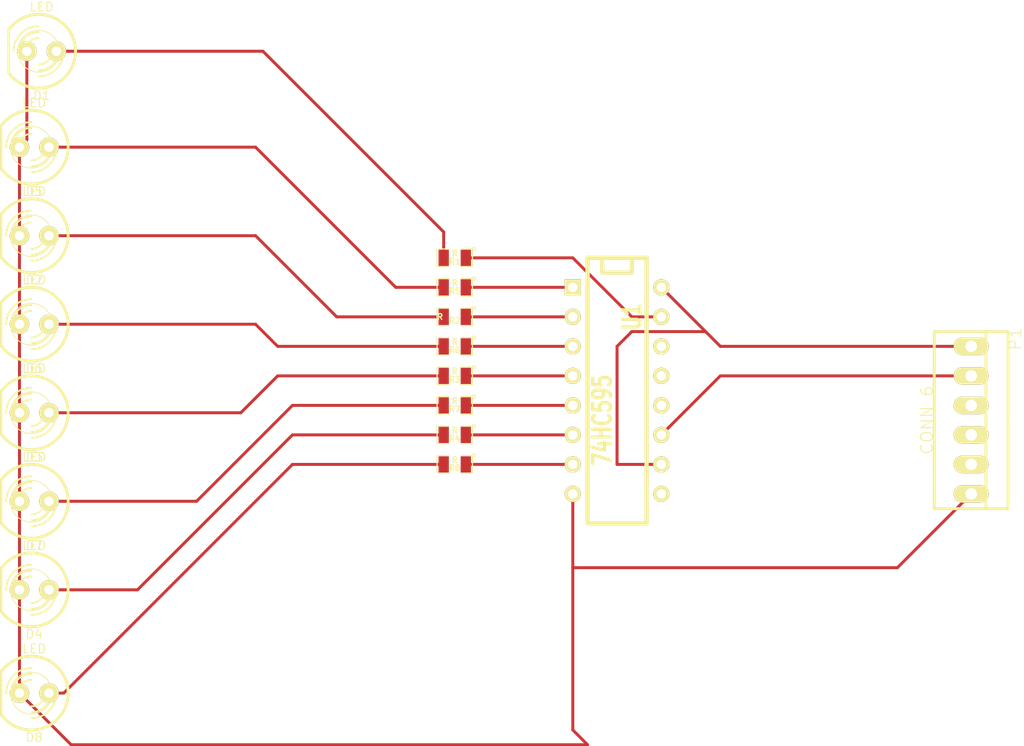
<source format=kicad_pcb>
(kicad_pcb (version 3) (host pcbnew "(2013-07-07 BZR 4022)-stable")

  (general
    (links 32)
    (no_connects 4)
    (area 147.294599 97.11055 234.48645 161.33445)
    (thickness 1.6)
    (drawings 0)
    (tracks 58)
    (zones 0)
    (modules 18)
    (nets 23)
  )

  (page A3)
  (layers
    (15 F.Cu signal)
    (0 B.Cu signal)
    (16 B.Adhes user)
    (17 F.Adhes user)
    (18 B.Paste user)
    (19 F.Paste user)
    (20 B.SilkS user)
    (21 F.SilkS user)
    (22 B.Mask user)
    (23 F.Mask user)
    (24 Dwgs.User user)
    (25 Cmts.User user)
    (26 Eco1.User user)
    (27 Eco2.User user)
    (28 Edge.Cuts user)
  )

  (setup
    (last_trace_width 0.254)
    (trace_clearance 0.254)
    (zone_clearance 0.508)
    (zone_45_only no)
    (trace_min 0.254)
    (segment_width 0.2)
    (edge_width 0.1)
    (via_size 0.889)
    (via_drill 0.635)
    (via_min_size 0.889)
    (via_min_drill 0.508)
    (uvia_size 0.508)
    (uvia_drill 0.127)
    (uvias_allowed no)
    (uvia_min_size 0.508)
    (uvia_min_drill 0.127)
    (pcb_text_width 0.3)
    (pcb_text_size 1.5 1.5)
    (mod_edge_width 0.15)
    (mod_text_size 1 1)
    (mod_text_width 0.15)
    (pad_size 1.397 1.397)
    (pad_drill 0.8128)
    (pad_to_mask_clearance 0)
    (aux_axis_origin 0 0)
    (visible_elements FFFFFFBF)
    (pcbplotparams
      (layerselection 3178497)
      (usegerberextensions true)
      (excludeedgelayer true)
      (linewidth 0.150000)
      (plotframeref false)
      (viasonmask false)
      (mode 1)
      (useauxorigin false)
      (hpglpennumber 1)
      (hpglpenspeed 20)
      (hpglpendiameter 15)
      (hpglpenoverlay 2)
      (psnegative false)
      (psa4output false)
      (plotreference true)
      (plotvalue true)
      (plotothertext true)
      (plotinvisibletext false)
      (padsonsilk false)
      (subtractmaskfromsilk false)
      (outputformat 1)
      (mirror false)
      (drillshape 1)
      (scaleselection 1)
      (outputdirectory ""))
  )

  (net 0 "")
  (net 1 /SCLK)
  (net 2 GND)
  (net 3 N-000001)
  (net 4 N-0000010)
  (net 5 N-0000011)
  (net 6 N-0000014)
  (net 7 N-0000015)
  (net 8 N-0000016)
  (net 9 N-0000017)
  (net 10 N-0000018)
  (net 11 N-0000019)
  (net 12 N-000002)
  (net 13 N-0000021)
  (net 14 N-0000022)
  (net 15 N-000003)
  (net 16 N-000004)
  (net 17 N-000005)
  (net 18 N-000006)
  (net 19 N-000007)
  (net 20 N-000008)
  (net 21 N-000009)
  (net 22 VCC)

  (net_class Default "This is the default net class."
    (clearance 0.254)
    (trace_width 0.254)
    (via_dia 0.889)
    (via_drill 0.635)
    (uvia_dia 0.508)
    (uvia_drill 0.127)
    (add_net "")
    (add_net /SCLK)
    (add_net GND)
    (add_net N-000001)
    (add_net N-0000010)
    (add_net N-0000011)
    (add_net N-0000014)
    (add_net N-0000015)
    (add_net N-0000016)
    (add_net N-0000017)
    (add_net N-0000018)
    (add_net N-0000019)
    (add_net N-000002)
    (add_net N-0000021)
    (add_net N-0000022)
    (add_net N-000003)
    (add_net N-000004)
    (add_net N-000005)
    (add_net N-000006)
    (add_net N-000007)
    (add_net N-000008)
    (add_net N-000009)
    (add_net VCC)
  )

  (module SM0805 (layer F.Cu) (tedit 55B02D0B) (tstamp 55B02938)
    (at 186.69 119.38 180)
    (path /55B0279D)
    (attr smd)
    (fp_text reference R1 (at 0 -0.3175 180) (layer F.SilkS)
      (effects (font (size 0.50038 0.50038) (thickness 0.10922)))
    )
    (fp_text value R (at 0 0.381 180) (layer F.SilkS)
      (effects (font (size 0.50038 0.50038) (thickness 0.10922)))
    )
    (fp_circle (center -1.651 0.762) (end -1.651 0.635) (layer F.SilkS) (width 0.09906))
    (fp_line (start -0.508 0.762) (end -1.524 0.762) (layer F.SilkS) (width 0.09906))
    (fp_line (start -1.524 0.762) (end -1.524 -0.762) (layer F.SilkS) (width 0.09906))
    (fp_line (start -1.524 -0.762) (end -0.508 -0.762) (layer F.SilkS) (width 0.09906))
    (fp_line (start 0.508 -0.762) (end 1.524 -0.762) (layer F.SilkS) (width 0.09906))
    (fp_line (start 1.524 -0.762) (end 1.524 0.762) (layer F.SilkS) (width 0.09906))
    (fp_line (start 1.524 0.762) (end 0.508 0.762) (layer F.SilkS) (width 0.09906))
    (pad 1 smd rect (at -0.9525 0 180) (size 0.889 1.397)
      (layers F.Cu F.Paste F.Mask)
      (net 9 N-0000017)
    )
    (pad 2 smd rect (at 0.9525 0 180) (size 0.889 1.397)
      (layers F.Cu F.Paste F.Mask)
      (net 13 N-0000021)
    )
    (model smd/chip_cms.wrl
      (at (xyz 0 0 0))
      (scale (xyz 0.1 0.1 0.1))
      (rotate (xyz 0 0 0))
    )
  )

  (module SM0805 (layer F.Cu) (tedit 5091495C) (tstamp 55B02945)
    (at 186.69 121.92 180)
    (path /55B0281D)
    (attr smd)
    (fp_text reference R5 (at 0 -0.3175 180) (layer F.SilkS)
      (effects (font (size 0.50038 0.50038) (thickness 0.10922)))
    )
    (fp_text value R (at 0 0.381 180) (layer F.SilkS)
      (effects (font (size 0.50038 0.50038) (thickness 0.10922)))
    )
    (fp_circle (center -1.651 0.762) (end -1.651 0.635) (layer F.SilkS) (width 0.09906))
    (fp_line (start -0.508 0.762) (end -1.524 0.762) (layer F.SilkS) (width 0.09906))
    (fp_line (start -1.524 0.762) (end -1.524 -0.762) (layer F.SilkS) (width 0.09906))
    (fp_line (start -1.524 -0.762) (end -0.508 -0.762) (layer F.SilkS) (width 0.09906))
    (fp_line (start 0.508 -0.762) (end 1.524 -0.762) (layer F.SilkS) (width 0.09906))
    (fp_line (start 1.524 -0.762) (end 1.524 0.762) (layer F.SilkS) (width 0.09906))
    (fp_line (start 1.524 0.762) (end 0.508 0.762) (layer F.SilkS) (width 0.09906))
    (pad 1 smd rect (at -0.9525 0 180) (size 0.889 1.397)
      (layers F.Cu F.Paste F.Mask)
      (net 6 N-0000014)
    )
    (pad 2 smd rect (at 0.9525 0 180) (size 0.889 1.397)
      (layers F.Cu F.Paste F.Mask)
      (net 5 N-0000011)
    )
    (model smd/chip_cms.wrl
      (at (xyz 0 0 0))
      (scale (xyz 0.1 0.1 0.1))
      (rotate (xyz 0 0 0))
    )
  )

  (module SM0805 (layer F.Cu) (tedit 5091495C) (tstamp 55B02952)
    (at 186.69 137.16 180)
    (path /55B02911)
    (attr smd)
    (fp_text reference R8 (at 0 -0.3175 180) (layer F.SilkS)
      (effects (font (size 0.50038 0.50038) (thickness 0.10922)))
    )
    (fp_text value R (at 0 0.381 180) (layer F.SilkS)
      (effects (font (size 0.50038 0.50038) (thickness 0.10922)))
    )
    (fp_circle (center -1.651 0.762) (end -1.651 0.635) (layer F.SilkS) (width 0.09906))
    (fp_line (start -0.508 0.762) (end -1.524 0.762) (layer F.SilkS) (width 0.09906))
    (fp_line (start -1.524 0.762) (end -1.524 -0.762) (layer F.SilkS) (width 0.09906))
    (fp_line (start -1.524 -0.762) (end -0.508 -0.762) (layer F.SilkS) (width 0.09906))
    (fp_line (start 0.508 -0.762) (end 1.524 -0.762) (layer F.SilkS) (width 0.09906))
    (fp_line (start 1.524 -0.762) (end 1.524 0.762) (layer F.SilkS) (width 0.09906))
    (fp_line (start 1.524 0.762) (end 0.508 0.762) (layer F.SilkS) (width 0.09906))
    (pad 1 smd rect (at -0.9525 0 180) (size 0.889 1.397)
      (layers F.Cu F.Paste F.Mask)
      (net 8 N-0000016)
    )
    (pad 2 smd rect (at 0.9525 0 180) (size 0.889 1.397)
      (layers F.Cu F.Paste F.Mask)
      (net 7 N-0000015)
    )
    (model smd/chip_cms.wrl
      (at (xyz 0 0 0))
      (scale (xyz 0.1 0.1 0.1))
      (rotate (xyz 0 0 0))
    )
  )

  (module SM0805 (layer F.Cu) (tedit 55B02AEC) (tstamp 55B0295F)
    (at 186.69 124.46 180)
    (path /55B02895)
    (attr smd)
    (fp_text reference R2 (at 0 -0.3175 180) (layer F.SilkS)
      (effects (font (size 0.50038 0.50038) (thickness 0.10922)))
    )
    (fp_text value R (at 1.27 0 180) (layer F.SilkS)
      (effects (font (size 0.50038 0.50038) (thickness 0.10922)))
    )
    (fp_circle (center -1.651 0.762) (end -1.651 0.635) (layer F.SilkS) (width 0.09906))
    (fp_line (start -0.508 0.762) (end -1.524 0.762) (layer F.SilkS) (width 0.09906))
    (fp_line (start -1.524 0.762) (end -1.524 -0.762) (layer F.SilkS) (width 0.09906))
    (fp_line (start -1.524 -0.762) (end -0.508 -0.762) (layer F.SilkS) (width 0.09906))
    (fp_line (start 0.508 -0.762) (end 1.524 -0.762) (layer F.SilkS) (width 0.09906))
    (fp_line (start 1.524 -0.762) (end 1.524 0.762) (layer F.SilkS) (width 0.09906))
    (fp_line (start 1.524 0.762) (end 0.508 0.762) (layer F.SilkS) (width 0.09906))
    (pad 1 smd rect (at -0.9525 0 180) (size 0.889 1.397)
      (layers F.Cu F.Paste F.Mask)
      (net 4 N-0000010)
    )
    (pad 2 smd rect (at 0.9525 0 180) (size 0.889 1.397)
      (layers F.Cu F.Paste F.Mask)
      (net 21 N-000009)
    )
    (model smd/chip_cms.wrl
      (at (xyz 0 0 0))
      (scale (xyz 0.1 0.1 0.1))
      (rotate (xyz 0 0 0))
    )
  )

  (module SM0805 (layer F.Cu) (tedit 5091495C) (tstamp 55B0296C)
    (at 186.69 127 180)
    (path /55B028A1)
    (attr smd)
    (fp_text reference R6 (at 0 -0.3175 180) (layer F.SilkS)
      (effects (font (size 0.50038 0.50038) (thickness 0.10922)))
    )
    (fp_text value R (at 0 0.381 180) (layer F.SilkS)
      (effects (font (size 0.50038 0.50038) (thickness 0.10922)))
    )
    (fp_circle (center -1.651 0.762) (end -1.651 0.635) (layer F.SilkS) (width 0.09906))
    (fp_line (start -0.508 0.762) (end -1.524 0.762) (layer F.SilkS) (width 0.09906))
    (fp_line (start -1.524 0.762) (end -1.524 -0.762) (layer F.SilkS) (width 0.09906))
    (fp_line (start -1.524 -0.762) (end -0.508 -0.762) (layer F.SilkS) (width 0.09906))
    (fp_line (start 0.508 -0.762) (end 1.524 -0.762) (layer F.SilkS) (width 0.09906))
    (fp_line (start 1.524 -0.762) (end 1.524 0.762) (layer F.SilkS) (width 0.09906))
    (fp_line (start 1.524 0.762) (end 0.508 0.762) (layer F.SilkS) (width 0.09906))
    (pad 1 smd rect (at -0.9525 0 180) (size 0.889 1.397)
      (layers F.Cu F.Paste F.Mask)
      (net 20 N-000008)
    )
    (pad 2 smd rect (at 0.9525 0 180) (size 0.889 1.397)
      (layers F.Cu F.Paste F.Mask)
      (net 19 N-000007)
    )
    (model smd/chip_cms.wrl
      (at (xyz 0 0 0))
      (scale (xyz 0.1 0.1 0.1))
      (rotate (xyz 0 0 0))
    )
  )

  (module SM0805 (layer F.Cu) (tedit 5091495C) (tstamp 55B02979)
    (at 186.69 134.62 180)
    (path /55B02905)
    (attr smd)
    (fp_text reference R4 (at 0 -0.3175 180) (layer F.SilkS)
      (effects (font (size 0.50038 0.50038) (thickness 0.10922)))
    )
    (fp_text value R (at 0 0.381 180) (layer F.SilkS)
      (effects (font (size 0.50038 0.50038) (thickness 0.10922)))
    )
    (fp_circle (center -1.651 0.762) (end -1.651 0.635) (layer F.SilkS) (width 0.09906))
    (fp_line (start -0.508 0.762) (end -1.524 0.762) (layer F.SilkS) (width 0.09906))
    (fp_line (start -1.524 0.762) (end -1.524 -0.762) (layer F.SilkS) (width 0.09906))
    (fp_line (start -1.524 -0.762) (end -0.508 -0.762) (layer F.SilkS) (width 0.09906))
    (fp_line (start 0.508 -0.762) (end 1.524 -0.762) (layer F.SilkS) (width 0.09906))
    (fp_line (start 1.524 -0.762) (end 1.524 0.762) (layer F.SilkS) (width 0.09906))
    (fp_line (start 1.524 0.762) (end 0.508 0.762) (layer F.SilkS) (width 0.09906))
    (pad 1 smd rect (at -0.9525 0 180) (size 0.889 1.397)
      (layers F.Cu F.Paste F.Mask)
      (net 3 N-000001)
    )
    (pad 2 smd rect (at 0.9525 0 180) (size 0.889 1.397)
      (layers F.Cu F.Paste F.Mask)
      (net 18 N-000006)
    )
    (model smd/chip_cms.wrl
      (at (xyz 0 0 0))
      (scale (xyz 0.1 0.1 0.1))
      (rotate (xyz 0 0 0))
    )
  )

  (module SM0805 (layer F.Cu) (tedit 5091495C) (tstamp 55B02986)
    (at 186.69 129.54 180)
    (path /55B028E7)
    (attr smd)
    (fp_text reference R3 (at 0 -0.3175 180) (layer F.SilkS)
      (effects (font (size 0.50038 0.50038) (thickness 0.10922)))
    )
    (fp_text value R (at 0 0.381 180) (layer F.SilkS)
      (effects (font (size 0.50038 0.50038) (thickness 0.10922)))
    )
    (fp_circle (center -1.651 0.762) (end -1.651 0.635) (layer F.SilkS) (width 0.09906))
    (fp_line (start -0.508 0.762) (end -1.524 0.762) (layer F.SilkS) (width 0.09906))
    (fp_line (start -1.524 0.762) (end -1.524 -0.762) (layer F.SilkS) (width 0.09906))
    (fp_line (start -1.524 -0.762) (end -0.508 -0.762) (layer F.SilkS) (width 0.09906))
    (fp_line (start 0.508 -0.762) (end 1.524 -0.762) (layer F.SilkS) (width 0.09906))
    (fp_line (start 1.524 -0.762) (end 1.524 0.762) (layer F.SilkS) (width 0.09906))
    (fp_line (start 1.524 0.762) (end 0.508 0.762) (layer F.SilkS) (width 0.09906))
    (pad 1 smd rect (at -0.9525 0 180) (size 0.889 1.397)
      (layers F.Cu F.Paste F.Mask)
      (net 17 N-000005)
    )
    (pad 2 smd rect (at 0.9525 0 180) (size 0.889 1.397)
      (layers F.Cu F.Paste F.Mask)
      (net 16 N-000004)
    )
    (model smd/chip_cms.wrl
      (at (xyz 0 0 0))
      (scale (xyz 0.1 0.1 0.1))
      (rotate (xyz 0 0 0))
    )
  )

  (module SM0805 (layer F.Cu) (tedit 5091495C) (tstamp 55B02993)
    (at 186.69 132.08 180)
    (path /55B028F3)
    (attr smd)
    (fp_text reference R7 (at 0 -0.3175 180) (layer F.SilkS)
      (effects (font (size 0.50038 0.50038) (thickness 0.10922)))
    )
    (fp_text value R (at 0 0.381 180) (layer F.SilkS)
      (effects (font (size 0.50038 0.50038) (thickness 0.10922)))
    )
    (fp_circle (center -1.651 0.762) (end -1.651 0.635) (layer F.SilkS) (width 0.09906))
    (fp_line (start -0.508 0.762) (end -1.524 0.762) (layer F.SilkS) (width 0.09906))
    (fp_line (start -1.524 0.762) (end -1.524 -0.762) (layer F.SilkS) (width 0.09906))
    (fp_line (start -1.524 -0.762) (end -0.508 -0.762) (layer F.SilkS) (width 0.09906))
    (fp_line (start 0.508 -0.762) (end 1.524 -0.762) (layer F.SilkS) (width 0.09906))
    (fp_line (start 1.524 -0.762) (end 1.524 0.762) (layer F.SilkS) (width 0.09906))
    (fp_line (start 1.524 0.762) (end 0.508 0.762) (layer F.SilkS) (width 0.09906))
    (pad 1 smd rect (at -0.9525 0 180) (size 0.889 1.397)
      (layers F.Cu F.Paste F.Mask)
      (net 15 N-000003)
    )
    (pad 2 smd rect (at 0.9525 0 180) (size 0.889 1.397)
      (layers F.Cu F.Paste F.Mask)
      (net 12 N-000002)
    )
    (model smd/chip_cms.wrl
      (at (xyz 0 0 0))
      (scale (xyz 0.1 0.1 0.1))
      (rotate (xyz 0 0 0))
    )
  )

  (module LED-5MM (layer F.Cu) (tedit 50ADE86B) (tstamp 55B029B0)
    (at 150.495 125.095 180)
    (descr "LED 5mm - Lead pitch 100mil (2,54mm)")
    (tags "LED led 5mm 5MM 100mil 2,54mm")
    (path /55B028A7)
    (fp_text reference D6 (at 0 -3.81 180) (layer F.SilkS)
      (effects (font (size 0.762 0.762) (thickness 0.0889)))
    )
    (fp_text value LED (at 0 3.81 180) (layer F.SilkS)
      (effects (font (size 0.762 0.762) (thickness 0.0889)))
    )
    (fp_line (start 2.8448 1.905) (end 2.8448 -1.905) (layer F.SilkS) (width 0.2032))
    (fp_circle (center 0.254 0) (end -1.016 1.27) (layer F.SilkS) (width 0.0762))
    (fp_arc (start 0.254 0) (end 2.794 1.905) (angle 286.2) (layer F.SilkS) (width 0.254))
    (fp_arc (start 0.254 0) (end -0.889 0) (angle 90) (layer F.SilkS) (width 0.1524))
    (fp_arc (start 0.254 0) (end 1.397 0) (angle 90) (layer F.SilkS) (width 0.1524))
    (fp_arc (start 0.254 0) (end -1.397 0) (angle 90) (layer F.SilkS) (width 0.1524))
    (fp_arc (start 0.254 0) (end 1.905 0) (angle 90) (layer F.SilkS) (width 0.1524))
    (fp_arc (start 0.254 0) (end -1.905 0) (angle 90) (layer F.SilkS) (width 0.1524))
    (fp_arc (start 0.254 0) (end 2.413 0) (angle 90) (layer F.SilkS) (width 0.1524))
    (pad 1 thru_hole circle (at -1.27 0 180) (size 1.6764 1.6764) (drill 0.8128)
      (layers *.Cu *.Mask F.SilkS)
      (net 19 N-000007)
    )
    (pad 2 thru_hole circle (at 1.27 0 180) (size 1.6764 1.6764) (drill 0.8128)
      (layers *.Cu *.Mask F.SilkS)
      (net 2 GND)
    )
    (model discret/leds/led5_vertical_verde.wrl
      (at (xyz 0 0 0))
      (scale (xyz 1 1 1))
      (rotate (xyz 0 0 0))
    )
  )

  (module LED-5MM (layer F.Cu) (tedit 50ADE86B) (tstamp 55B029BF)
    (at 150.495 156.845 180)
    (descr "LED 5mm - Lead pitch 100mil (2,54mm)")
    (tags "LED led 5mm 5MM 100mil 2,54mm")
    (path /55B02917)
    (fp_text reference D8 (at 0 -3.81 180) (layer F.SilkS)
      (effects (font (size 0.762 0.762) (thickness 0.0889)))
    )
    (fp_text value LED (at 0 3.81 180) (layer F.SilkS)
      (effects (font (size 0.762 0.762) (thickness 0.0889)))
    )
    (fp_line (start 2.8448 1.905) (end 2.8448 -1.905) (layer F.SilkS) (width 0.2032))
    (fp_circle (center 0.254 0) (end -1.016 1.27) (layer F.SilkS) (width 0.0762))
    (fp_arc (start 0.254 0) (end 2.794 1.905) (angle 286.2) (layer F.SilkS) (width 0.254))
    (fp_arc (start 0.254 0) (end -0.889 0) (angle 90) (layer F.SilkS) (width 0.1524))
    (fp_arc (start 0.254 0) (end 1.397 0) (angle 90) (layer F.SilkS) (width 0.1524))
    (fp_arc (start 0.254 0) (end -1.397 0) (angle 90) (layer F.SilkS) (width 0.1524))
    (fp_arc (start 0.254 0) (end 1.905 0) (angle 90) (layer F.SilkS) (width 0.1524))
    (fp_arc (start 0.254 0) (end -1.905 0) (angle 90) (layer F.SilkS) (width 0.1524))
    (fp_arc (start 0.254 0) (end 2.413 0) (angle 90) (layer F.SilkS) (width 0.1524))
    (pad 1 thru_hole circle (at -1.27 0 180) (size 1.6764 1.6764) (drill 0.8128)
      (layers *.Cu *.Mask F.SilkS)
      (net 7 N-0000015)
    )
    (pad 2 thru_hole circle (at 1.27 0 180) (size 1.6764 1.6764) (drill 0.8128)
      (layers *.Cu *.Mask F.SilkS)
      (net 2 GND)
    )
    (model discret/leds/led5_vertical_verde.wrl
      (at (xyz 0 0 0))
      (scale (xyz 1 1 1))
      (rotate (xyz 0 0 0))
    )
  )

  (module LED-5MM (layer F.Cu) (tedit 50ADE86B) (tstamp 55B029CE)
    (at 150.495 147.955 180)
    (descr "LED 5mm - Lead pitch 100mil (2,54mm)")
    (tags "LED led 5mm 5MM 100mil 2,54mm")
    (path /55B0290B)
    (fp_text reference D4 (at 0 -3.81 180) (layer F.SilkS)
      (effects (font (size 0.762 0.762) (thickness 0.0889)))
    )
    (fp_text value LED (at 0 3.81 180) (layer F.SilkS)
      (effects (font (size 0.762 0.762) (thickness 0.0889)))
    )
    (fp_line (start 2.8448 1.905) (end 2.8448 -1.905) (layer F.SilkS) (width 0.2032))
    (fp_circle (center 0.254 0) (end -1.016 1.27) (layer F.SilkS) (width 0.0762))
    (fp_arc (start 0.254 0) (end 2.794 1.905) (angle 286.2) (layer F.SilkS) (width 0.254))
    (fp_arc (start 0.254 0) (end -0.889 0) (angle 90) (layer F.SilkS) (width 0.1524))
    (fp_arc (start 0.254 0) (end 1.397 0) (angle 90) (layer F.SilkS) (width 0.1524))
    (fp_arc (start 0.254 0) (end -1.397 0) (angle 90) (layer F.SilkS) (width 0.1524))
    (fp_arc (start 0.254 0) (end 1.905 0) (angle 90) (layer F.SilkS) (width 0.1524))
    (fp_arc (start 0.254 0) (end -1.905 0) (angle 90) (layer F.SilkS) (width 0.1524))
    (fp_arc (start 0.254 0) (end 2.413 0) (angle 90) (layer F.SilkS) (width 0.1524))
    (pad 1 thru_hole circle (at -1.27 0 180) (size 1.6764 1.6764) (drill 0.8128)
      (layers *.Cu *.Mask F.SilkS)
      (net 18 N-000006)
    )
    (pad 2 thru_hole circle (at 1.27 0 180) (size 1.6764 1.6764) (drill 0.8128)
      (layers *.Cu *.Mask F.SilkS)
      (net 2 GND)
    )
    (model discret/leds/led5_vertical_verde.wrl
      (at (xyz 0 0 0))
      (scale (xyz 1 1 1))
      (rotate (xyz 0 0 0))
    )
  )

  (module LED-5MM (layer F.Cu) (tedit 50ADE86B) (tstamp 55B029DD)
    (at 150.495 140.335 180)
    (descr "LED 5mm - Lead pitch 100mil (2,54mm)")
    (tags "LED led 5mm 5MM 100mil 2,54mm")
    (path /55B028F9)
    (fp_text reference D7 (at 0 -3.81 180) (layer F.SilkS)
      (effects (font (size 0.762 0.762) (thickness 0.0889)))
    )
    (fp_text value LED (at 0 3.81 180) (layer F.SilkS)
      (effects (font (size 0.762 0.762) (thickness 0.0889)))
    )
    (fp_line (start 2.8448 1.905) (end 2.8448 -1.905) (layer F.SilkS) (width 0.2032))
    (fp_circle (center 0.254 0) (end -1.016 1.27) (layer F.SilkS) (width 0.0762))
    (fp_arc (start 0.254 0) (end 2.794 1.905) (angle 286.2) (layer F.SilkS) (width 0.254))
    (fp_arc (start 0.254 0) (end -0.889 0) (angle 90) (layer F.SilkS) (width 0.1524))
    (fp_arc (start 0.254 0) (end 1.397 0) (angle 90) (layer F.SilkS) (width 0.1524))
    (fp_arc (start 0.254 0) (end -1.397 0) (angle 90) (layer F.SilkS) (width 0.1524))
    (fp_arc (start 0.254 0) (end 1.905 0) (angle 90) (layer F.SilkS) (width 0.1524))
    (fp_arc (start 0.254 0) (end -1.905 0) (angle 90) (layer F.SilkS) (width 0.1524))
    (fp_arc (start 0.254 0) (end 2.413 0) (angle 90) (layer F.SilkS) (width 0.1524))
    (pad 1 thru_hole circle (at -1.27 0 180) (size 1.6764 1.6764) (drill 0.8128)
      (layers *.Cu *.Mask F.SilkS)
      (net 12 N-000002)
    )
    (pad 2 thru_hole circle (at 1.27 0 180) (size 1.6764 1.6764) (drill 0.8128)
      (layers *.Cu *.Mask F.SilkS)
      (net 2 GND)
    )
    (model discret/leds/led5_vertical_verde.wrl
      (at (xyz 0 0 0))
      (scale (xyz 1 1 1))
      (rotate (xyz 0 0 0))
    )
  )

  (module LED-5MM (layer F.Cu) (tedit 50ADE86B) (tstamp 55B029EC)
    (at 150.495 132.715 180)
    (descr "LED 5mm - Lead pitch 100mil (2,54mm)")
    (tags "LED led 5mm 5MM 100mil 2,54mm")
    (path /55B028ED)
    (fp_text reference D3 (at 0 -3.81 180) (layer F.SilkS)
      (effects (font (size 0.762 0.762) (thickness 0.0889)))
    )
    (fp_text value LED (at 0 3.81 180) (layer F.SilkS)
      (effects (font (size 0.762 0.762) (thickness 0.0889)))
    )
    (fp_line (start 2.8448 1.905) (end 2.8448 -1.905) (layer F.SilkS) (width 0.2032))
    (fp_circle (center 0.254 0) (end -1.016 1.27) (layer F.SilkS) (width 0.0762))
    (fp_arc (start 0.254 0) (end 2.794 1.905) (angle 286.2) (layer F.SilkS) (width 0.254))
    (fp_arc (start 0.254 0) (end -0.889 0) (angle 90) (layer F.SilkS) (width 0.1524))
    (fp_arc (start 0.254 0) (end 1.397 0) (angle 90) (layer F.SilkS) (width 0.1524))
    (fp_arc (start 0.254 0) (end -1.397 0) (angle 90) (layer F.SilkS) (width 0.1524))
    (fp_arc (start 0.254 0) (end 1.905 0) (angle 90) (layer F.SilkS) (width 0.1524))
    (fp_arc (start 0.254 0) (end -1.905 0) (angle 90) (layer F.SilkS) (width 0.1524))
    (fp_arc (start 0.254 0) (end 2.413 0) (angle 90) (layer F.SilkS) (width 0.1524))
    (pad 1 thru_hole circle (at -1.27 0 180) (size 1.6764 1.6764) (drill 0.8128)
      (layers *.Cu *.Mask F.SilkS)
      (net 16 N-000004)
    )
    (pad 2 thru_hole circle (at 1.27 0 180) (size 1.6764 1.6764) (drill 0.8128)
      (layers *.Cu *.Mask F.SilkS)
      (net 2 GND)
    )
    (model discret/leds/led5_vertical_verde.wrl
      (at (xyz 0 0 0))
      (scale (xyz 1 1 1))
      (rotate (xyz 0 0 0))
    )
  )

  (module LED-5MM (layer F.Cu) (tedit 50ADE86B) (tstamp 55B029FB)
    (at 150.495 117.475 180)
    (descr "LED 5mm - Lead pitch 100mil (2,54mm)")
    (tags "LED led 5mm 5MM 100mil 2,54mm")
    (path /55B0289B)
    (fp_text reference D2 (at 0 -3.81 180) (layer F.SilkS)
      (effects (font (size 0.762 0.762) (thickness 0.0889)))
    )
    (fp_text value LED (at 0 3.81 180) (layer F.SilkS)
      (effects (font (size 0.762 0.762) (thickness 0.0889)))
    )
    (fp_line (start 2.8448 1.905) (end 2.8448 -1.905) (layer F.SilkS) (width 0.2032))
    (fp_circle (center 0.254 0) (end -1.016 1.27) (layer F.SilkS) (width 0.0762))
    (fp_arc (start 0.254 0) (end 2.794 1.905) (angle 286.2) (layer F.SilkS) (width 0.254))
    (fp_arc (start 0.254 0) (end -0.889 0) (angle 90) (layer F.SilkS) (width 0.1524))
    (fp_arc (start 0.254 0) (end 1.397 0) (angle 90) (layer F.SilkS) (width 0.1524))
    (fp_arc (start 0.254 0) (end -1.397 0) (angle 90) (layer F.SilkS) (width 0.1524))
    (fp_arc (start 0.254 0) (end 1.905 0) (angle 90) (layer F.SilkS) (width 0.1524))
    (fp_arc (start 0.254 0) (end -1.905 0) (angle 90) (layer F.SilkS) (width 0.1524))
    (fp_arc (start 0.254 0) (end 2.413 0) (angle 90) (layer F.SilkS) (width 0.1524))
    (pad 1 thru_hole circle (at -1.27 0 180) (size 1.6764 1.6764) (drill 0.8128)
      (layers *.Cu *.Mask F.SilkS)
      (net 21 N-000009)
    )
    (pad 2 thru_hole circle (at 1.27 0 180) (size 1.6764 1.6764) (drill 0.8128)
      (layers *.Cu *.Mask F.SilkS)
      (net 2 GND)
    )
    (model discret/leds/led5_vertical_verde.wrl
      (at (xyz 0 0 0))
      (scale (xyz 1 1 1))
      (rotate (xyz 0 0 0))
    )
  )

  (module LED-5MM (layer F.Cu) (tedit 50ADE86B) (tstamp 55B02A0A)
    (at 150.495 109.855 180)
    (descr "LED 5mm - Lead pitch 100mil (2,54mm)")
    (tags "LED led 5mm 5MM 100mil 2,54mm")
    (path /55B02823)
    (fp_text reference D5 (at 0 -3.81 180) (layer F.SilkS)
      (effects (font (size 0.762 0.762) (thickness 0.0889)))
    )
    (fp_text value LED (at 0 3.81 180) (layer F.SilkS)
      (effects (font (size 0.762 0.762) (thickness 0.0889)))
    )
    (fp_line (start 2.8448 1.905) (end 2.8448 -1.905) (layer F.SilkS) (width 0.2032))
    (fp_circle (center 0.254 0) (end -1.016 1.27) (layer F.SilkS) (width 0.0762))
    (fp_arc (start 0.254 0) (end 2.794 1.905) (angle 286.2) (layer F.SilkS) (width 0.254))
    (fp_arc (start 0.254 0) (end -0.889 0) (angle 90) (layer F.SilkS) (width 0.1524))
    (fp_arc (start 0.254 0) (end 1.397 0) (angle 90) (layer F.SilkS) (width 0.1524))
    (fp_arc (start 0.254 0) (end -1.397 0) (angle 90) (layer F.SilkS) (width 0.1524))
    (fp_arc (start 0.254 0) (end 1.905 0) (angle 90) (layer F.SilkS) (width 0.1524))
    (fp_arc (start 0.254 0) (end -1.905 0) (angle 90) (layer F.SilkS) (width 0.1524))
    (fp_arc (start 0.254 0) (end 2.413 0) (angle 90) (layer F.SilkS) (width 0.1524))
    (pad 1 thru_hole circle (at -1.27 0 180) (size 1.6764 1.6764) (drill 0.8128)
      (layers *.Cu *.Mask F.SilkS)
      (net 5 N-0000011)
    )
    (pad 2 thru_hole circle (at 1.27 0 180) (size 1.6764 1.6764) (drill 0.8128)
      (layers *.Cu *.Mask F.SilkS)
      (net 2 GND)
    )
    (model discret/leds/led5_vertical_verde.wrl
      (at (xyz 0 0 0))
      (scale (xyz 1 1 1))
      (rotate (xyz 0 0 0))
    )
  )

  (module LED-5MM (layer F.Cu) (tedit 50ADE86B) (tstamp 55B02A19)
    (at 151.13 101.6 180)
    (descr "LED 5mm - Lead pitch 100mil (2,54mm)")
    (tags "LED led 5mm 5MM 100mil 2,54mm")
    (path /55B027AC)
    (fp_text reference D1 (at 0 -3.81 180) (layer F.SilkS)
      (effects (font (size 0.762 0.762) (thickness 0.0889)))
    )
    (fp_text value LED (at 0 3.81 180) (layer F.SilkS)
      (effects (font (size 0.762 0.762) (thickness 0.0889)))
    )
    (fp_line (start 2.8448 1.905) (end 2.8448 -1.905) (layer F.SilkS) (width 0.2032))
    (fp_circle (center 0.254 0) (end -1.016 1.27) (layer F.SilkS) (width 0.0762))
    (fp_arc (start 0.254 0) (end 2.794 1.905) (angle 286.2) (layer F.SilkS) (width 0.254))
    (fp_arc (start 0.254 0) (end -0.889 0) (angle 90) (layer F.SilkS) (width 0.1524))
    (fp_arc (start 0.254 0) (end 1.397 0) (angle 90) (layer F.SilkS) (width 0.1524))
    (fp_arc (start 0.254 0) (end -1.397 0) (angle 90) (layer F.SilkS) (width 0.1524))
    (fp_arc (start 0.254 0) (end 1.905 0) (angle 90) (layer F.SilkS) (width 0.1524))
    (fp_arc (start 0.254 0) (end -1.905 0) (angle 90) (layer F.SilkS) (width 0.1524))
    (fp_arc (start 0.254 0) (end 2.413 0) (angle 90) (layer F.SilkS) (width 0.1524))
    (pad 1 thru_hole circle (at -1.27 0 180) (size 1.6764 1.6764) (drill 0.8128)
      (layers *.Cu *.Mask F.SilkS)
      (net 13 N-0000021)
    )
    (pad 2 thru_hole circle (at 1.27 0 180) (size 1.6764 1.6764) (drill 0.8128)
      (layers *.Cu *.Mask F.SilkS)
      (net 2 GND)
    )
    (model discret/leds/led5_vertical_verde.wrl
      (at (xyz 0 0 0))
      (scale (xyz 1 1 1))
      (rotate (xyz 0 0 0))
    )
  )

  (module DIP-16__300 (layer F.Cu) (tedit 200000) (tstamp 55B02CB7)
    (at 200.66 130.81 270)
    (descr "16 pins DIL package, round pads")
    (tags DIL)
    (path /55B023EB)
    (fp_text reference U1 (at -6.35 -1.27 270) (layer F.SilkS)
      (effects (font (size 1.524 1.143) (thickness 0.3048)))
    )
    (fp_text value 74HC595 (at 2.54 1.27 270) (layer F.SilkS)
      (effects (font (size 1.524 1.143) (thickness 0.3048)))
    )
    (fp_line (start -11.43 -1.27) (end -11.43 -1.27) (layer F.SilkS) (width 0.381))
    (fp_line (start -11.43 -1.27) (end -10.16 -1.27) (layer F.SilkS) (width 0.381))
    (fp_line (start -10.16 -1.27) (end -10.16 1.27) (layer F.SilkS) (width 0.381))
    (fp_line (start -10.16 1.27) (end -11.43 1.27) (layer F.SilkS) (width 0.381))
    (fp_line (start -11.43 -2.54) (end 11.43 -2.54) (layer F.SilkS) (width 0.381))
    (fp_line (start 11.43 -2.54) (end 11.43 2.54) (layer F.SilkS) (width 0.381))
    (fp_line (start 11.43 2.54) (end -11.43 2.54) (layer F.SilkS) (width 0.381))
    (fp_line (start -11.43 2.54) (end -11.43 -2.54) (layer F.SilkS) (width 0.381))
    (pad 1 thru_hole rect (at -8.89 3.81 270) (size 1.397 1.397) (drill 0.8128)
      (layers *.Cu *.Mask F.SilkS)
      (net 6 N-0000014)
    )
    (pad 2 thru_hole circle (at -6.35 3.81 270) (size 1.397 1.397) (drill 0.8128)
      (layers *.Cu *.Mask F.SilkS)
      (net 4 N-0000010)
    )
    (pad 3 thru_hole circle (at -3.81 3.81 270) (size 1.397 1.397) (drill 0.8128)
      (layers *.Cu *.Mask F.SilkS)
      (net 20 N-000008)
    )
    (pad 4 thru_hole circle (at -1.27 3.81 270) (size 1.397 1.397) (drill 0.8128)
      (layers *.Cu *.Mask F.SilkS)
      (net 17 N-000005)
    )
    (pad 5 thru_hole circle (at 1.27 3.81 270) (size 1.397 1.397) (drill 0.8128)
      (layers *.Cu *.Mask F.SilkS)
      (net 15 N-000003)
    )
    (pad 6 thru_hole circle (at 3.81 3.81 270) (size 1.397 1.397) (drill 0.8128)
      (layers *.Cu *.Mask F.SilkS)
      (net 3 N-000001)
    )
    (pad 7 thru_hole circle (at 6.35 3.81 270) (size 1.397 1.397) (drill 0.8128)
      (layers *.Cu *.Mask F.SilkS)
      (net 8 N-0000016)
    )
    (pad 8 thru_hole circle (at 8.89 3.81 270) (size 1.397 1.397) (drill 0.8128)
      (layers *.Cu *.Mask F.SilkS)
      (net 2 GND)
    )
    (pad 9 thru_hole circle (at 8.89 -3.81 270) (size 1.397 1.397) (drill 0.8128)
      (layers *.Cu *.Mask F.SilkS)
      (net 14 N-0000022)
    )
    (pad 10 thru_hole circle (at 6.35 -3.81 270) (size 1.397 1.397) (drill 0.8128)
      (layers *.Cu *.Mask F.SilkS)
      (net 22 VCC)
    )
    (pad 11 thru_hole circle (at 3.81 -3.81 270) (size 1.397 1.397) (drill 0.8128)
      (layers *.Cu *.Mask F.SilkS)
      (net 1 /SCLK)
    )
    (pad 12 thru_hole circle (at 1.27 -3.81 270) (size 1.397 1.397) (drill 0.8128)
      (layers *.Cu *.Mask F.SilkS)
      (net 11 N-0000019)
    )
    (pad 13 thru_hole circle (at -1.27 -3.81 270) (size 1.397 1.397) (drill 0.8128)
      (layers *.Cu *.Mask F.SilkS)
      (net 2 GND)
    )
    (pad 14 thru_hole circle (at -3.81 -3.81 270) (size 1.397 1.397) (drill 0.8128)
      (layers *.Cu *.Mask F.SilkS)
      (net 10 N-0000018)
    )
    (pad 15 thru_hole circle (at -6.35 -3.81 270) (size 1.397 1.397) (drill 0.8128)
      (layers *.Cu *.Mask F.SilkS)
      (net 9 N-0000017)
    )
    (pad 16 thru_hole circle (at -8.89 -3.81 270) (size 1.397 1.397) (drill 0.8128)
      (layers *.Cu *.Mask F.SilkS)
      (net 22 VCC)
    )
    (model dil/dil_16.wrl
      (at (xyz 0 0 0))
      (scale (xyz 1 1 1))
      (rotate (xyz 0 0 0))
    )
  )

  (module PINHEAD1-6 (layer F.Cu) (tedit 4C5EDF69) (tstamp 55B029A1)
    (at 231.14 133.35 270)
    (path /55B025CD)
    (attr virtual)
    (fp_text reference P1 (at -6.985 -3.81 270) (layer F.SilkS)
      (effects (font (size 1.016 1.016) (thickness 0.0889)))
    )
    (fp_text value CONN_6 (at 0 3.81 270) (layer F.SilkS)
      (effects (font (size 1.016 1.016) (thickness 0.0889)))
    )
    (fp_line (start 0 3.175) (end 7.62 3.175) (layer F.SilkS) (width 0.254))
    (fp_line (start 0 -1.27) (end 7.62 -1.27) (layer F.SilkS) (width 0.254))
    (fp_line (start 0 -3.175) (end 7.62 -3.175) (layer F.SilkS) (width 0.254))
    (fp_line (start -7.62 -3.175) (end -7.62 3.175) (layer F.SilkS) (width 0.254))
    (fp_line (start 7.62 -3.175) (end 7.62 3.175) (layer F.SilkS) (width 0.254))
    (fp_line (start 0 -1.27) (end -7.62 -1.27) (layer F.SilkS) (width 0.254))
    (fp_line (start -7.62 -3.175) (end 0 -3.175) (layer F.SilkS) (width 0.254))
    (fp_line (start 0 3.175) (end -7.62 3.175) (layer F.SilkS) (width 0.254))
    (pad 1 thru_hole oval (at -6.35 0 270) (size 1.50622 3.01498) (drill 0.99822)
      (layers *.Cu F.Paste F.SilkS F.Mask)
      (net 22 VCC)
    )
    (pad 2 thru_hole oval (at -3.81 0 270) (size 1.50622 3.01498) (drill 0.99822)
      (layers *.Cu F.Paste F.SilkS F.Mask)
      (net 1 /SCLK)
    )
    (pad 3 thru_hole oval (at -1.27 0 270) (size 1.50622 3.01498) (drill 0.99822)
      (layers *.Cu F.Paste F.SilkS F.Mask)
      (net 10 N-0000018)
    )
    (pad 4 thru_hole oval (at 1.27 0 270) (size 1.50622 3.01498) (drill 0.99822)
      (layers *.Cu F.Paste F.SilkS F.Mask)
      (net 14 N-0000022)
    )
    (pad 5 thru_hole oval (at 3.81 0 270) (size 1.50622 3.01498) (drill 0.99822)
      (layers *.Cu F.Paste F.SilkS F.Mask)
      (net 11 N-0000019)
    )
    (pad 6 thru_hole oval (at 6.35 0 270) (size 1.50622 3.01498) (drill 0.99822)
      (layers *.Cu F.Paste F.SilkS F.Mask)
      (net 2 GND)
    )
  )

  (segment (start 231.14 129.54) (end 209.55 129.54) (width 0.254) (layer F.Cu) (net 1) (status 400000))
  (segment (start 209.55 129.54) (end 204.47 134.62) (width 0.254) (layer F.Cu) (net 1) (tstamp 55B02F94) (status 800000))
  (segment (start 196.85 146.05) (end 224.79 146.05) (width 0.254) (layer F.Cu) (net 2))
  (segment (start 224.79 146.05) (end 231.14 139.7) (width 0.254) (layer F.Cu) (net 2) (tstamp 55B02FF7) (status 800000))
  (segment (start 149.86 101.6) (end 149.86 109.22) (width 0.254) (layer F.Cu) (net 2) (status 400000))
  (segment (start 149.86 109.22) (end 149.225 109.855) (width 0.254) (layer F.Cu) (net 2) (tstamp 55B02FD2) (status 800000))
  (segment (start 149.225 109.855) (end 149.225 117.475) (width 0.254) (layer F.Cu) (net 2) (tstamp 55B02FD4) (status C00000))
  (segment (start 149.225 117.475) (end 149.225 125.095) (width 0.254) (layer F.Cu) (net 2) (tstamp 55B02FD5) (status C00000))
  (segment (start 149.225 125.095) (end 149.225 132.715) (width 0.254) (layer F.Cu) (net 2) (tstamp 55B02FD7) (status C00000))
  (segment (start 149.225 132.715) (end 149.225 140.335) (width 0.254) (layer F.Cu) (net 2) (tstamp 55B02FDA) (status C00000))
  (segment (start 149.225 140.335) (end 149.225 147.955) (width 0.254) (layer F.Cu) (net 2) (tstamp 55B02FDC) (status C00000))
  (segment (start 149.225 147.955) (end 149.225 156.845) (width 0.254) (layer F.Cu) (net 2) (tstamp 55B02FDD) (status C00000))
  (segment (start 149.225 156.845) (end 153.67 161.29) (width 0.254) (layer F.Cu) (net 2) (tstamp 55B02FDF) (status 400000))
  (segment (start 153.67 161.29) (end 198.12 161.29) (width 0.254) (layer F.Cu) (net 2) (tstamp 55B02FE2))
  (segment (start 198.12 161.29) (end 196.85 160.02) (width 0.254) (layer F.Cu) (net 2) (tstamp 55B02FE9))
  (segment (start 196.85 160.02) (end 196.85 146.05) (width 0.254) (layer F.Cu) (net 2) (tstamp 55B02FEB))
  (segment (start 196.85 146.05) (end 196.85 139.7) (width 0.254) (layer F.Cu) (net 2) (tstamp 55B02FF5) (status 800000))
  (segment (start 196.85 134.62) (end 187.6425 134.62) (width 0.254) (layer F.Cu) (net 3))
  (segment (start 196.85 124.46) (end 187.6425 124.46) (width 0.254) (layer F.Cu) (net 4))
  (segment (start 185.7375 121.92) (end 181.61 121.92) (width 0.254) (layer F.Cu) (net 5))
  (segment (start 169.545 109.855) (end 151.765 109.855) (width 0.254) (layer F.Cu) (net 5) (tstamp 55B02EB1))
  (segment (start 181.61 121.92) (end 169.545 109.855) (width 0.254) (layer F.Cu) (net 5) (tstamp 55B02EAF))
  (segment (start 196.85 121.92) (end 187.6425 121.92) (width 0.254) (layer F.Cu) (net 6))
  (segment (start 151.765 156.845) (end 153.035 156.845) (width 0.254) (layer F.Cu) (net 7))
  (segment (start 172.72 137.16) (end 185.7375 137.16) (width 0.254) (layer F.Cu) (net 7) (tstamp 55B02ED6))
  (segment (start 153.035 156.845) (end 172.72 137.16) (width 0.254) (layer F.Cu) (net 7) (tstamp 55B02ED4))
  (segment (start 196.85 137.16) (end 187.6425 137.16) (width 0.254) (layer F.Cu) (net 8))
  (segment (start 204.47 124.46) (end 201.93 124.46) (width 0.254) (layer F.Cu) (net 9))
  (segment (start 196.85 119.38) (end 187.6425 119.38) (width 0.254) (layer F.Cu) (net 9) (tstamp 55B02EDD))
  (segment (start 201.93 124.46) (end 196.85 119.38) (width 0.254) (layer F.Cu) (net 9) (tstamp 55B02EDB))
  (segment (start 151.765 140.335) (end 164.465 140.335) (width 0.254) (layer F.Cu) (net 12))
  (segment (start 172.72 132.08) (end 185.7375 132.08) (width 0.254) (layer F.Cu) (net 12) (tstamp 55B02ECA))
  (segment (start 164.465 140.335) (end 172.72 132.08) (width 0.254) (layer F.Cu) (net 12) (tstamp 55B02EC8))
  (segment (start 185.7375 119.38) (end 185.7375 117.1575) (width 0.254) (layer F.Cu) (net 13))
  (segment (start 170.18 101.6) (end 152.4 101.6) (width 0.254) (layer F.Cu) (net 13) (tstamp 55B02EAB))
  (segment (start 185.7375 117.1575) (end 170.18 101.6) (width 0.254) (layer F.Cu) (net 13) (tstamp 55B02EA9))
  (segment (start 196.85 132.08) (end 187.6425 132.08) (width 0.254) (layer F.Cu) (net 15))
  (segment (start 185.7375 129.54) (end 171.45 129.54) (width 0.254) (layer F.Cu) (net 16))
  (segment (start 168.275 132.715) (end 151.765 132.715) (width 0.254) (layer F.Cu) (net 16) (tstamp 55B02EC4))
  (segment (start 171.45 129.54) (end 168.275 132.715) (width 0.254) (layer F.Cu) (net 16) (tstamp 55B02EC2))
  (segment (start 187.6425 129.54) (end 196.85 129.54) (width 0.254) (layer F.Cu) (net 17))
  (segment (start 151.765 147.955) (end 159.385 147.955) (width 0.254) (layer F.Cu) (net 18))
  (segment (start 172.72 134.62) (end 185.7375 134.62) (width 0.254) (layer F.Cu) (net 18) (tstamp 55B02ED0))
  (segment (start 159.385 147.955) (end 172.72 134.62) (width 0.254) (layer F.Cu) (net 18) (tstamp 55B02ECE))
  (segment (start 185.7375 127) (end 171.45 127) (width 0.254) (layer F.Cu) (net 19))
  (segment (start 169.545 125.095) (end 151.765 125.095) (width 0.254) (layer F.Cu) (net 19) (tstamp 55B02EBE))
  (segment (start 171.45 127) (end 169.545 125.095) (width 0.254) (layer F.Cu) (net 19) (tstamp 55B02EBC))
  (segment (start 196.85 127) (end 187.6425 127) (width 0.254) (layer F.Cu) (net 20))
  (segment (start 185.7375 124.46) (end 176.53 124.46) (width 0.254) (layer F.Cu) (net 21))
  (segment (start 169.545 117.475) (end 151.765 117.475) (width 0.254) (layer F.Cu) (net 21) (tstamp 55B02EB8))
  (segment (start 176.53 124.46) (end 169.545 117.475) (width 0.254) (layer F.Cu) (net 21) (tstamp 55B02EB6))
  (segment (start 204.47 137.16) (end 200.66 137.16) (width 0.254) (layer F.Cu) (net 22) (status 400000))
  (segment (start 201.93 125.73) (end 208.28 125.73) (width 0.254) (layer F.Cu) (net 22) (tstamp 55B02FAB))
  (segment (start 200.66 127) (end 201.93 125.73) (width 0.254) (layer F.Cu) (net 22) (tstamp 55B02FA8))
  (segment (start 200.66 137.16) (end 200.66 127) (width 0.254) (layer F.Cu) (net 22) (tstamp 55B02FA4))
  (segment (start 231.14 127) (end 209.55 127) (width 0.254) (layer F.Cu) (net 22) (status 400000))
  (segment (start 209.55 127) (end 208.28 125.73) (width 0.254) (layer F.Cu) (net 22) (tstamp 55B02F90))
  (segment (start 208.28 125.73) (end 204.47 121.92) (width 0.254) (layer F.Cu) (net 22) (tstamp 55B02FB0) (status 800000))

)

</source>
